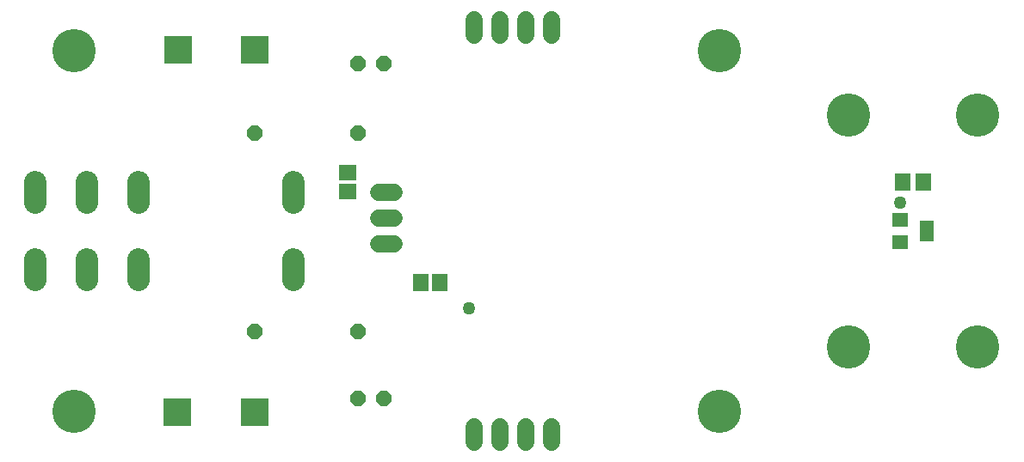
<source format=gts>
G75*
%MOIN*%
%OFA0B0*%
%FSLAX25Y25*%
%IPPOS*%
%LPD*%
%AMOC8*
5,1,8,0,0,1.08239X$1,22.5*
%
%ADD10C,0.16800*%
%ADD11R,0.05524X0.07887*%
%ADD12R,0.06312X0.05524*%
%ADD13C,0.08600*%
%ADD14R,0.05918X0.06706*%
%ADD15R,0.10550X0.10550*%
%ADD16OC8,0.06000*%
%ADD17C,0.06800*%
%ADD18R,0.05918X0.07099*%
%ADD19R,0.06706X0.05918*%
%ADD20C,0.04959*%
D10*
X0026300Y0033300D03*
X0276300Y0033300D03*
X0326300Y0058300D03*
X0376300Y0058300D03*
X0376300Y0148300D03*
X0326300Y0148300D03*
X0276300Y0173300D03*
X0026300Y0173300D03*
D11*
X0356418Y0103300D03*
D12*
X0346182Y0107631D03*
X0346182Y0098969D03*
D13*
X0111300Y0092200D02*
X0111300Y0084400D01*
X0111300Y0114400D02*
X0111300Y0122200D01*
X0051300Y0122200D02*
X0051300Y0114400D01*
X0031300Y0114400D02*
X0031300Y0122200D01*
X0011300Y0122200D02*
X0011300Y0114400D01*
X0011300Y0092200D02*
X0011300Y0084400D01*
X0031300Y0084400D02*
X0031300Y0092200D01*
X0051300Y0092200D02*
X0051300Y0084400D01*
D14*
X0160560Y0083300D03*
X0168040Y0083300D03*
D15*
X0096200Y0032900D03*
X0066300Y0032900D03*
X0066400Y0173700D03*
X0096300Y0173700D03*
D16*
X0136300Y0168300D03*
X0146300Y0168300D03*
X0136300Y0141300D03*
X0096300Y0141300D03*
X0096300Y0064300D03*
X0136300Y0064300D03*
X0136300Y0038300D03*
X0146300Y0038300D03*
D17*
X0181300Y0027300D02*
X0181300Y0021300D01*
X0191300Y0021300D02*
X0191300Y0027300D01*
X0201300Y0027300D02*
X0201300Y0021300D01*
X0211300Y0021300D02*
X0211300Y0027300D01*
X0150300Y0098300D02*
X0144300Y0098300D01*
X0144300Y0108300D02*
X0150300Y0108300D01*
X0150300Y0118300D02*
X0144300Y0118300D01*
X0181300Y0179300D02*
X0181300Y0185300D01*
X0191300Y0185300D02*
X0191300Y0179300D01*
X0201300Y0179300D02*
X0201300Y0185300D01*
X0211300Y0185300D02*
X0211300Y0179300D01*
D18*
X0347363Y0122300D03*
X0355237Y0122300D03*
D19*
X0132300Y0118560D03*
X0132300Y0126040D03*
D20*
X0179300Y0073300D03*
X0346300Y0114300D03*
M02*

</source>
